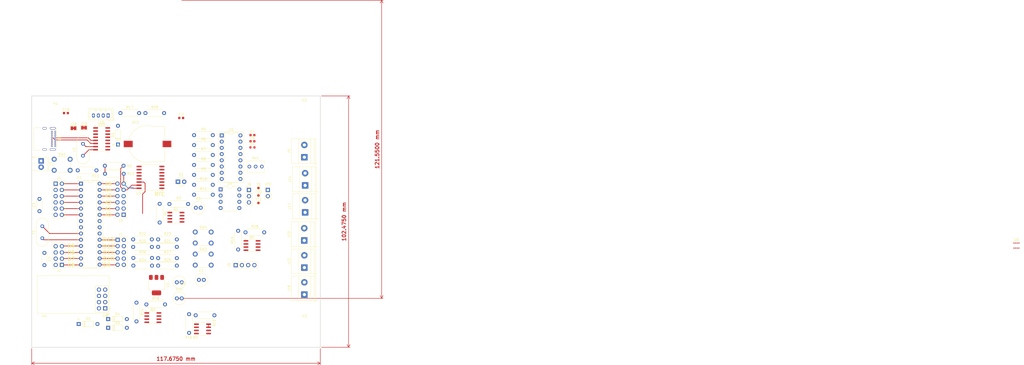
<source format=kicad_pcb>
(kicad_pcb (version 20241229) (generator "pcbnew") (generator_version "9.0")
  (title_block (title "PCB Weather station") (date "2024-11-10") (rev "1.0") (company "CREPP") (comment 1 "By NLG"))
  (layers (0 "F.Cu" signal) (2 "B.Cu" signal) (13 "F.Paste" user) (15 "B.Paste" user) (5 "F.SilkS" user "F.Silkscreen") (7 "B.SilkS" user "B.Silkscreen") (1 "F.Mask" user) (3 "B.Mask" user) (25 "Edge.Cuts" user))
  (net 0 "")
  (net 1 "/+3.3V")
  (net 2 "/RESET")
  (net 3 "/ENABLE_NRF24")
  (net 4 "/Anemometer/+5V")
  (net 5 "/Anemometer/Anemo_{signal}")
  (net 6 "/MCU/PC2-A2")
  (net 7 "/GNSS/RX_GNSS")
  (net 8 "/MCU/PB0")
  (net 9 "/MCU/PB2-D10~")
  (net 10 "/MCU/MOSI")
  (net 11 "/MCU/MISO")
  (net 12 "/MCU/CLK")
  (net 13 "/ENABLE_GNSS")
  (net 14 "/GNSS/TX_GNSS")
  (net 15 "/MCU/PD2-D2-(INT0)")
  (net 16 "/MCU/PC3-A3")
  (net 17 "/MCU/SDA")
  (net 18 "/MCU/SCL")
  (net 19 "/MCU/TX")
  (net 20 "/MCU/RX")
  (net 21 "/ENABLE_SENSORS")
  (net 22 "/ENABLE_ANEMOMETER")
  (net 23 "/GNSS/+5V")
  (net 24 "Net-(J1-Pin_1)")
  (net 25 "Net-(J1-Pin_5)")
  (net 26 "Net-(J1-Pin_7)")
  (net 27 "Net-(J1-Pin_9)")
  (net 28 "Net-(J1-Pin_3)")
  (net 29 "/MCU/PB1-D9~")
  (net 30 "Net-(J2-Pin_3)")
  (net 31 "Net-(J2-Pin_5)")
  (net 32 "Net-(J2-Pin_7)")
  (net 33 "GND")
  (net 34 "Net-(J3-Pin_4)")
  (net 35 "Net-(J3-Pin_2)")
  (net 36 "Net-(J3-Pin_6)")
  (net 37 "Net-(J3-Pin_10)")
  (net 38 "Net-(J3-Pin_12)")
  (net 39 "Net-(J3-Pin_8)")
  (net 40 "Net-(J4-Pin_8)")
  (net 41 "Net-(J4-Pin_4)")
  (net 42 "Net-(J4-Pin_6)")
  (net 43 "Net-(J4-Pin_10)")
  (net 44 "Net-(J4-Pin_2)")
  (net 45 "Net-(J4-Pin_12)")
  (net 47 "/+5V")
  (net 56 "/Anemometer/Wind_interrupt")
  (net 57 "Net-(U5B-RCext)")
  (net 58 "Net-(U5B-Cext)")
  (net 59 "Net-(U4A-+)")
  (net 60 "Net-(U10-~{DTR})")
  (net 61 "Net-(D1-K)")
  (net 62 "Net-(D1-A)")
  (net 63 "/Power_Handler_Temperature_Sun/V_{OUT}")
  (net 64 "/Programming/D+")
  (net 65 "/Programming/D-")
  (net 66 "/V_{Monitoring}")
  (net 68 "Net-(J15-A)")
  (net 69 "Net-(J16-A)")
  (net 70 "Net-(U4B-+)")
  (net 71 "Net-(U4A--)")
  (net 72 "Net-(U5B-Q)")
  (net 73 "Net-(U4B--)")
  (net 84 "Net-(U10-XO)")
  (net 90 "Net-(U10-XI)")
  (net 91 "Net-(U10-V3)")
  (net 92 "Net-(U1-XTAL2{slash}PB7)")
  (net 93 "Net-(U1-XTAL1{slash}PB6)")
  (net 94 "/NRF24/+3.3V")
  (net 95 "/NRF24/Bridge1/OUT")
  (net 96 "/NRF24/Bridge/OUT")
  (net 97 "/NRF24/Bridge2/OUT")
  (net 98 "/NRF24/Bridge3/OUT")
  (net 99 "Net-(BT2-+)")
  (net 101 "Net-(Q1B-G)")
  (net 102 "Net-(Q2B-G)")
  (net 103 "Net-(Q3B-G)")
  (net 104 "Net-(Q4B-G)")
  (net 105 "/Power/+5V_{IN}")
  (net 114 "Net-(J5-Pin_2)")
  (net 115 "Net-(J5-Pin_1)")
  (net 116 "/SCL")
  (net 117 "/SDA")
  (footprint "MountingHole:MountingHole_3.2mm_M3" (layer "F.Cu") (at 43 133)
    (property "Reference" "H4")
    (property "Value" "MountingHole_Pad")
  )
  (footprint "TerminalBlock_Phoenix:TerminalBlock_Phoenix_MKDS-1,5-2_1x02_P5.00mm_Horizontal" (layer "F.Cu") (at 149 109 90)
    (property "Reference" "J12")
    (property "Value" "KF301-5.0-2P")
  )
  (footprint "Resistor_THT:R_Axial_DIN0207_L6.3mm_D2.5mm_P7.62mm_Horizontal" (layer "F.Cu") (at 122 101.62 90)
    (property "Reference" "R16")
    (property "Value" "10k")
  )
  (footprint "Capacitor_SMD:C_0603_1608Metric" (layer "F.Cu") (at 98.775 48)
    (property "Reference" "C2")
    (property "Value" "100nF")
  )
  (footprint "Resistor_THT:R_Axial_DIN0207_L6.3mm_D2.5mm_P7.62mm_Horizontal" (layer "F.Cu") (at 79.2 100.575)
    (property "Reference" "R20")
    (property "Value" "10k")
  )
  (footprint "Resistor_THT:R_Axial_DIN0207_L6.3mm_D2.5mm_P7.62mm_Horizontal" (layer "F.Cu") (at 93.975 83.085)
    (property "Reference" "R2")
    (property "Value" "10k")
  )
  (footprint "Resistor_THT:R_Axial_DIN0207_L6.3mm_D2.5mm_P7.62mm_Horizontal" (layer "F.Cu") (at 102 128 -90)
    (property "Reference" "R15")
    (property "Value" "10k" (hide yes))
  )
  (footprint "Resistor_THT:R_Axial_DIN0207_L6.3mm_D2.5mm_P7.62mm_Horizontal" (layer "F.Cu") (at 79.265 108.2)
    (property "Reference" "R24")
    (property "Value" "10k")
  )
  (footprint "CREPP_Connectors_USB:USB_C_Receptacle_GCT_USB4085" (layer "F.Cu") (at 47.41 53.55 -90)
    (property "Reference" "J8")
    (property "Value" "USB_C_Receptacle")
  )
  (footprint "Resistor_THT:R_Axial_DIN0207_L6.3mm_D2.5mm_P7.62mm_Horizontal" (layer "F.Cu") (at 89.38 105.15)
    (property "Reference" "R27")
    (property "Value" "10k")
  )
  (footprint "Resistor_THT:R_Axial_DIN0207_L6.3mm_D2.5mm_P7.62mm_Horizontal" (layer "F.Cu") (at 104.04 55)
    (property "Reference" "R5")
    (property "Value" "100k")
  )
  (footprint "Diode_THT:D_DO-35_SOD27_P7.62mm_Horizontal" (layer "F.Cu") (at 73 58.81 90)
    (property "Reference" "D3")
    (property "Value" "1N4148")
  )
  (footprint "CREPP_Spacers:Spacer_M3_MF_05mm" (layer "F.Cu") (at 28 61.409462)
    (property "Reference" "S1" (hide yes))
    (property "Value" "~" (hide yes))
  )
  (footprint "Resistor_THT:R_Axial_DIN0207_L6.3mm_D2.5mm_P7.62mm_Horizontal" (layer "F.Cu") (at 104.04 75.25)
    (property "Reference" "R10")
    (property "Value" "10k")
  )
  (footprint "Resistor_THT:R_Axial_DIN0207_L6.3mm_D2.5mm_P7.62mm_Horizontal" (layer "F.Cu") (at 104.04 63.1)
    (property "Reference" "R7")
    (property "Value" "10k")
  )
  (footprint "Package_SO:SOIC-8_3.9x4.9mm_P1.27mm" (layer "F.Cu") (at 127.65 100)
    (property "Reference" "Q4")
    (property "Value" "FDS4559")
  )
  (footprint "Crystal:Crystal_HC49-4H_Vertical" (layer "F.Cu") (at 42.15 97.025 90)
    (property "Reference" "Y1")
    (property "Value" "16 MHz HC49-4H")
  )
  (footprint "Capacitor_SMD:C_0603_1608Metric" (layer "F.Cu") (at 127.825 54.98)
    (property "Reference" "C4")
    (property "Value" "100nF")
  )
  (footprint "Resistor_THT:R_Axial_DIN0207_L6.3mm_D2.5mm_P7.62mm_Horizontal" (layer "F.Cu") (at 89.38 108.2)
    (property "Reference" "R25")
    (property "Value" "10k")
  )
  (footprint "Package_SO:SOIC-8_3.9x4.9mm_P1.27mm" (layer "F.Cu") (at 107.465 133.98)
    (property "Reference" "Q3")
    (property "Value" "FDS4559" (hide yes))
  )
  (footprint "CREPP_Spacers:Spacer_M3_MF_05mm" (layer "F.Cu") (at 28 83)
    (property "Reference" "S7" (hide yes))
    (property "Value" "~" (hide yes))
  )
  (footprint "Package_SO:SOIC-16W_7.5x10.3mm_P1.27mm" (layer "F.Cu") (at 86.25 72.23 180)
    (property "Reference" "U3")
    (property "Value" "DS3231M" (hide yes))
  )
  (footprint "Resistor_THT:R_Axial_DIN0207_L6.3mm_D2.5mm_P7.62mm_Horizontal" (layer "F.Cu") (at 80.55 123.3 -90)
    (property "Reference" "R14")
    (property "Value" "10k")
  )
  (footprint "Resistor_THT:R_Axial_DIN0207_L6.3mm_D2.5mm_P7.62mm_Horizontal" (layer "F.Cu") (at 75.27 67.475 180)
    (property "Reference" "R3")
    (property "Value" "10k" (hide yes))
  )
  (footprint "Package_LGA:Bosch_LGA-8_2.5x2.5mm_P0.65mm_ClockwisePinNumbering" (layer "F.Cu") (at 439.325 100.025)
    (property "Reference" "U6")
    (property "Value" "BME280")
  )
  (footprint "Resistor_SMD:R_0603_1608Metric" (layer "F.Cu") (at 127.825 60)
    (property "Reference" "R4")
    (property "Value" "R_10K_SMD_0603")
  )
  (footprint "Connector_PinHeader_2.54mm:PinHeader_2x04_P2.54mm_Vertical" (layer "F.Cu") (at 50.15 107.915 180)
    (property "Reference" "J2")
    (property "Value" "Conn_02x04_Odd_Even" (hide yes))
  )
  (footprint "Resistor_THT:R_Axial_DIN0207_L6.3mm_D2.5mm_P7.62mm_Horizontal" (layer "F.Cu") (at 79.265 105.075)
    (property "Reference" "R26")
    (property "Value" "10k")
  )
  (footprint "RF_Module:nRF24L01_Breakout" (layer "F.Cu") (at 67.7895 125.62 180)
    (property "Reference" "U8")
    (property "Value" "NRF24L01_Breakout")
  )
  (footprint "Resistor_THT:R_Axial_DIN0207_L6.3mm_D2.5mm_P7.62mm_Horizontal" (layer "F.Cu") (at 79.19 97.5)
    (property "Reference" "R22")
    (property "Value" "10k")
  )
  (footprint "TerminalBlock_Phoenix:TerminalBlock_Phoenix_MKDS-1,5-2_1x02_P5.00mm_Horizontal" (layer "F.Cu") (at 149 64 90)
    (property "Reference" "J5")
    (property "Value" "KF301-5.0-2P")
  )
  (footprint "CREPP_Spacers:Spacer_M3_MF_05mm" (layer "F.Cu") (at 28 75.803154)
    (property "Reference" "S6" (hide yes))
    (property "Value" "~" (hide yes))
  )
  (footprint "Package_DIP:DIP-8_W7.62mm" (layer "F.Cu") (at 114.86 77.1)
    (property "Reference" "U4")
    (property "Value" "LM358")
  )
  (footprint "Package_TO_SOT_SMD:SOT-223-3_TabPin2" (layer "F.Cu") (at 88.7 116.15 -90)
    (property "Reference" "U2")
    (property "Value" "AMS1117-3.3")
  )
  (footprint "Resistor_THT:R_Axial_DIN0207_L6.3mm_D2.5mm_P7.62mm_Horizontal" (layer "F.Cu") (at 104.04 79.3)
    (property "Reference" "R11")
    (property "Value" "100k")
  )
  (footprint "Resistor_THT:R_Axial_DIN0207_L6.3mm_D2.5mm_P7.62mm_Horizontal" (layer "F.Cu") (at 90 83 -90)
    (property "Reference" "R1")
    (property "Value" "10k")
  )
  (footprint "Button_Switch_THT:SW_PUSH_6mm_H8mm" (layer "F.Cu") (at 47 64.825)
    (property "Reference" "SW1")
    (property "Value" "SW_B" (hide yes))
  )
  (footprint "Capacitor_THT:C_Disc_D4.3mm_W1.9mm_P5.00mm" (layer "F.Cu") (at 43 103 -90)
    (property "Reference" "C7")
    (property "Value" "22pF - disc")
  )
  (footprint "Connector_PinSocket_2.54mm:PinSocket_1x04_P2.54mm_Vertical" (layer "F.Cu") (at 121 108 90)
    (property "Reference" "J9")
    (property "Value" "Conn_01x04_Socket")
  )
  (footprint "TestPoint:TestPoint_Pad_D1.0mm" (layer "F.Cu") (at 130.26 82.65)
    (property "Reference" "T11")
    (property "Value" "TP")
  )
  (footprint "Resistor_THT:R_Axial_DIN0207_L6.3mm_D2.5mm_P7.62mm_Horizontal" (layer "F.Cu") (at 89.375 97.5)
    (property "Reference" "R23")
    (property "Value" "10k")
  )
  (footprint "CREPP_Spacers:Spacer_M3_MF_05mm" (layer "F.Cu") (at 28 68.606308)
    (property "Reference" "S5" (hide yes))
    (property "Value" "~" (hide yes))
  )
  (footprint "Connector_JST:JST_PH_B4B-PH-K_1x04_P2.00mm_Vertical" (layer "F.Cu") (at 69 47 180)
    (property "Reference" "J13")
    (property "Value" "JST_PH_4P")
  )
  (footprint "Resistor_THT:R_Axial_DIN0207_L6.3mm_D2.5mm_P7.62mm_Horizontal" (layer "F.Cu") (at 104.04 71.2)
    (property "Reference" "R9")
    (property "Value" "270")
  )
  (footprint "Resistor_THT:R_Axial_DIN0207_L6.3mm_D2.5mm_P7.62mm_Horizontal" (layer "F.Cu") (at 84.575 124.015)
    (property "Reference" "R18")
    (property "Value" "10k")
  )
  (footprint "Resistor_THT:R_Axial_DIN0207_L6.3mm_D2.5mm_P7.62mm_Horizontal" (layer "F.Cu") (at 84.19 46)
    (property "Reference" "R29")
    (property "Value" "10k")
  )
  (footprint "LED_THT:LED_D3.0mm" (layer "F.Cu") (at 97.46 74)
    (property "Reference" "D1")
    (property "Value" "LED")
  )
  (footprint "Package_SO:SOIC-16_3.9x9.9mm_P1.27mm" (layer "F.Cu") (at 66.35 56.5)
    (property "Reference" "U10")
    (property "Value" "CH340G")
  )
  (footprint "Potentiometer_THT:Potentiometer_Bourns_3266Y_Vertical" (layer "F.Cu") (at 131.66 67.81)
    (property "Reference" "RV1")
    (property "Value" "R_Potentiometer")
  )
  (footprint "Capacitor_THT:C_Disc_D4.3mm_W1.9mm_P5.00mm" (layer "F.Cu") (at 41 86 90)
    (property "Reference" "C3")
    (property "Value" "22pF - disc")
  )
  (footprint "Capacitor_THT:C_Radial_D5.0mm_H11.0mm_P2.00mm" (layer "F.Cu") (at 97 115)
    (property "Reference" "C8")
    (property "Value" "10uF-35V")
  )
  (footprint "Resistor_THT:R_Axial_DIN0207_L6.3mm_D2.5mm_P7.62mm_Horizontal" (layer "F.Cu") (at 104.04 59.05)
    (property "Reference" "R6")
    (property "Value" "10k")
  )
  (footprint "Jumper:SolderJumper-2_P1.3mm_Bridged_Pad1.0x1.5mm" (layer "F.Cu") (at 54.875 52.175)
    (property "Reference" "J16")
    (property "Value" "SolderJumper_2_Bridged")
  )
  (footprint "Resistor_THT:R_Axial_DIN0207_L6.3mm_D2.5mm_P7.62mm_Horizontal" (layer "F.Cu") (at 89.375 100.55)
    (property "Reference" "R21")
    (property "Value" "10k")
  )
  (footprint "Capacitor_SMD:C_0603_1608Metric" (layer "F.Cu") (at 127.825 57.49)
    (property "Reference" "C6")
    (property "Value" "100nF")
  )
  (footprint "TerminalBlock_Phoenix:TerminalBlock_Phoenix_MKDS-1,5-2_1x02_P5.00mm_Horizontal" (layer "F.Cu") (at 149.305 86.5 90)
    (property "Reference" "J17")
    (property "Value" "KF301-5.0-2P")
  )
  (footprint "Diode_THT:D_DO-35_SOD27_P7.62mm_Horizontal" (layer "F.Cu") (at 69 130)
    (property "Reference" "D4")
    (property "Value" "1N4148")
  )
  (footprint "Resistor_THT:R_Axial_DIN0207_L6.3mm_D2.5mm_P7.62mm_Horizontal" (layer "F.Cu") (at 104.69 128.45)
    (property "Reference" "R19")
    (property "Value" "10k")
  )
  (footprint "Resistor_THT:R_Axial_DIN0207_L6.3mm_D2.5mm_P7.62mm_Horizontal" (layer "F.Cu") (at 74 46)
    (property "Reference" "R17")
    (property "Value" "10k")
  )
  (footprint "TestPoint:TestPoint_Pad_D1.0mm" (layer "F.Cu") (at 130.26 79.6)
    (property "Reference" "T10")
    (property "Value" "TP")
  )
  (footprint "Connector_PinHeader_2.54mm:PinHeader_1x03_P2.54mm_Vertical" (layer "F.Cu") (at 126.41 77.35)
    (property "Reference" "J6")
    (property "Value" "Conn_01x03_Pin")
  )
  (footprint "Resistor_THT:R_Axial_DIN0207_L6.3mm_D2.5mm_P7.62mm_Horizontal" (layer "F.Cu") (at 125 94.62)
    (property "Reference" "R28")
    (property "Value" "10k")
  )
  (footprint "Jumper:SolderJumper-2_P1.3mm_Bridged_Pad1.0x1.5mm" (layer "F.Cu") (at 59.15 51.975)
    (property "Reference" "J15")
    (property "Value" "SolderJumper_2_Bridged")
  )
  (footprint "Capacitor_THT:C_Radial_D5.0mm_H11.0mm_P2.00mm" (layer "F.Cu") (at 106 114)
    (property "Reference" "C1")
    (property "Value" "10uF")
  )
  (footprint "Button_Switch_THT:SW_PUSH_6mm_H8mm" (layer "F.Cu") (at 104.5 94.5)
    (property "Reference" "SW4")
    (property "Value" "SW_B")
  )
  (footprint "Resistor_THT:R_Axial_DIN0207_L6.3mm_D2.5mm_P7.62mm_Horizontal" (layer "F.Cu") (at 64.22 69.35 180)
    (property "Reference" "R13")
    (property "Value" "10k" (hide yes))
  )
  (footprint "Diode_THT:D_DO-35_SOD27_P7.62mm_Horizontal" (layer "F.Cu") (at 57 132)
    (property "Reference" "D2")
    (property "Value" "1N4148")
  )
  (footprint "Package_SO:SOIC-8_3.9x4.9mm_P1.27mm" (layer "F.Cu") (at 87.225 129.395)
    (property "Reference" "Q2")
    (property "Value" "FDS4559")
  )
  (footprint "MountingHole:MountingHole_3.2mm_M3" (layer "F.Cu") (at 149 133)
    (property "Reference" "H3")
    (property "Value" "MountingHole_Pad")
  )
  (footprint "Connector_PinHeader_2.54mm:PinHeader_1x02_P2.54mm_Vertical" (layer "F.Cu") (at 134.11 77.35)
    (property "Reference" "JP2")
    (property "Value" "Jumper")
  )
  (footprint "Resistor_THT:R_Axial_DIN0207_L6.3mm_D2.5mm_P7.62mm_Horizontal" (layer "F.Cu") (at 75.335 70.75 180)
    (property "Reference" "R12")
    (property "Value" "10k" (hide yes))
  )
  (footprint "Resistor_THT:R_Axial_DIN0207_L6.3mm_D2.5mm_P7.62mm_Horizontal" (layer "F.Cu") (at 104.04 67.15)
    (property "Reference" "R8")
    (property "Value" "10k")
  )
  (footprint "CREPP_Jumpers:Jumper_2.54mm_blue" (layer "F.Cu") (at 110.835 83.145)
    (property "Reference" "JP3" (hide yes))
    (property "Value" "Jumper_2.54mm_blue" (hide yes))
  )
  (footprint "CREPP_Batteries_holders:MPD_BC501SM-TR" (layer "F.Cu") (at 84.745 58.6)
    (property "Reference" "BT2")
    (property "Value" "Battery_Cell")
  )
  (footprint "Connector_PinHeader_2.54mm:PinHeader_2x06_P2.54mm_Vertical" (layer "F.Cu") (at 47.585 74.8)
    (property "Reference" "J4")
    (property "Value" "Conn_02x06_Odd_Even" (hide yes))
  )
  (footprint "Capacitor_SMD:C_0603_1608Metric" (layer "F.Cu") (at 51.775 46)
    (property "Reference" "C19")
    (property "Value" "100nF")
  )
  (footprint "Button_Switch_THT:SW_PUSH_6mm_H8mm" (layer "F.Cu") (at 104.5 103.5)
    (property "Reference" "SW2")
    (property "Value" "SW_B")
  )
  (footprint "Crystal:Crystal_HC49-4H_Vertical" (layer "F.Cu") (at 58.725 63.4 90)
    (property "Reference" "Y2")
    (property "Value" "Crystal HC49-4H 12 MHz")
  )
  (footprint "MountingHole:MountingHole_3.2mm_M3" (layer "F.Cu") (at 149 45)
    (property "Reference" "H2")
    (property "Value" "MountingHole_Pad")
  )
  (footprint "TerminalBlock_Phoenix:TerminalBlock_Phoenix_MKDS-1,5-2_1x02_P5.00mm_Horizontal" (layer "F.Cu") (at 148.95 97.94 90)
    (property "Reference" "J10")
    (property "Value" "KF301-5.0-2P")
  )
  (footprint "Package_DIP:DIP-28_W7.62mm_Socket" (layer "F.Cu") (at 57.905 74.79)
    (property "Reference" "U1")
    (property "Value" "ATmega328P-P")
  )
  (footprint "Package_SO:SOIC-8_3.9x4.9mm_P1.27mm" (layer "F.Cu") (at 96.625 88.465)
    (property "Reference" "Q1")
    (property "Value" "FDS4559")
  )
  (footprint "TerminalBlock_Phoenix:TerminalBlock_Phoenix_MKDS-1,5-2_1x02_P5.00mm_Horizontal" (layer "F.Cu") (at 149.305 75.5 90)
    (property "Reference" "J14")
    (property "Value" "KF301-5.0-2P")
  )
  (footprint "Diode_THT:D_DO-35_SOD27_P7.62mm_Horizontal" (layer "F.Cu") (at 69 133.55)
    (property "Reference" "D5")
    (property "Value" "1N4148")
  )
  (footprint "TestPoint:TestPoint_Pad_D1.0mm" (layer "F.Cu") (at 130.26 76.55)
    (property "Reference" "T9")
    (property "Value" "TP")
  )
  (footprint "Capacitor_THT:C_Radial_D5.0mm_H11.0mm_P2.00mm" (layer "F.Cu") (at 104.74 84.6)
    (property "Reference" "C5")
    (property "Value" "10uF")
  )
  (footprint "TerminalBlock_Phoenix:TerminalBlock_Phoenix_MKDS-1,5-2_1x02_P5.00mm_Horizontal" (layer "F.Cu") (at 149 120 90)
    (property "Reference" "J18")
    (property "Value" "KF301-5.0-2P")
  )
  (footprint "MountingHole:MountingHole_3.2mm_M3" (layer "F.Cu") (at 43 45)
    (property "Reference" "H1")
    (property "Value" "MountingHole_Pad")
  )
  (footprint "TerminalBlock_Phoenix:TerminalBlock_Phoenix_MPT-0,5-2-2.54_1x02_P2.54mm_Horizontal" (layer "F.Cu") (at 41.675 65.51 -90)
    (property "Reference" "J7")
    (property "Value" "USR_BTN")
  )
  (footprint "Connector_PinHeader_2.54mm:PinHeader_2x05_P2.54mm_Vertical" (layer "F.Cu") (at 72.85 97.71)
    (property "Reference" "J1")
    (property "Value" "Conn_02x05_Odd_Even")
  )
  (footprint "Capacitor_THT:C_Radial_D5.0mm_H11.0mm_P2.00mm" (layer "F.Cu") (at 97 121.55)
    (property "Reference" "C11")
    (property "Value" "10uF-35V")
  )
  (footprint "Package_DIP:DIP-16_W7.62mm_Socket" (layer "F.Cu") (at 115.31 55.1)
    (property "Reference" "U5")
    (property "Value" "74HC123")
  )
  (footprint "Connector_PinHeader_2.54mm:PinHeader_2x06_P2.54mm_Vertical" (layer "F.Cu") (at 75.315 87.475 180)
    (property "Reference" "J3")
    (property "Value" "Conn_02x06_Odd_Even" (hide yes))
  )
  (gr_rect (start 37.825 39.025) (end 155.5 141.5) (stroke (width 0.2)) (fill no) (layer "Edge.Cuts"))
  (gr_text "RTC" (at 87.775 79.95 0) (layer "F.SilkS") (effects (font (size 1.5 1.5) (thickness 0.3) (bold yes)) (justify left bottom)))
  (gr_text "D10" (at 66.825 106.25 0) (layer "F.SilkS") (effects (font (size 1.5 1.5) (thickness 0.3) (bold yes)) (justify left bottom)))
  (gr_text "D11" (at 66.825 103.675 0) (layer "F.SilkS") (effects (font (size 1.5 1.5) (thickness 0.3) (bold yes)) (justify left bottom)))
  (gr_text "D7" (at 52.325 106.35 0) (layer "F.SilkS") (effects (font (size 1.5 1.5) (thickness 0.3) (bold yes)) (justify left bottom)))
  (gr_text "A1" (at 67.425 85.875 0) (layer "F.SilkS") (effects (font (size 1.5 1.5) (thickness 0.3) (bold yes)) (justify left bottom)))
  (gr_text "D5" (at 52.25 101.1 0) (layer "F.SilkS") (effects (font (size 1.5 1.5) (thickness 0.3) (bold yes)) (justify left bottom)))
  (gr_text "A3" (at 67.425 80.725 0) (layer "F.SilkS") (effects (font (size 1.5 1.5) (thickness 0.3) (bold yes)) (justify left bottom)))
  (gr_text "D12" (at 66.8 101.225 0) (layer "F.SilkS") (effects (font (size 1.5 1.5) (thickness 0.3) (bold yes)) (justify left bottom)))
  (gr_text "D13" (at 66.725 98.475 0) (layer "F.SilkS") (effects (font (size 1.5 1.5) (thickness 0.3) (bold yes)) (justify left bottom)))
  (gr_text "D6" (at 52.275 103.75 0) (layer "F.SilkS") (effects (font (size 1.5 1.5) (thickness 0.3) (bold yes)) (justify left bottom)))
  (gr_text "D9" (at 66.825 108.875 0) (layer "F.SilkS") (effects (font (size 1.5 1.5) (thickness 0.3) (bold yes)) (justify left bottom)))
  (gr_text "A0" (at 67.45 88.4 0) (layer "F.SilkS") (effects (font (size 1.5 1.5) (thickness 0.3) (bold yes)) (justify left bottom)))
  (gr_text "A2" (at 67.45 83.375 0) (layer "F.SilkS") (effects (font (size 1.5 1.5) (thickness 0.3) (bold yes)) (justify left bottom)))
  (gr_text "A5" (at 67.575 75.725 0) (layer "F.SilkS") (effects (font (size 1.5 1.5) (thickness 0.3) (bold yes)) (justify left bottom)))
  (gr_text "A4" (at 67.5 78.275 0) (layer "F.SilkS") (effects (font (size 1.5 1.5) (thickness 0.3) (bold yes)) (justify left bottom)))
  (gr_text "D8" (at 52.35 108.925 0) (layer "F.SilkS") (effects (font (size 1.5 1.5) (thickness 0.3) (bold yes)) (justify left bottom)))
  (dimension (type aligned) (layer "F.Cu") (pts (xy 155.5 39.025) (xy 155.5 141.5)) (height -11.5) (format (prefix "") (suffix "") (units 3) (units_format 1) (precision 4)) (style (thickness 0.2) (arrow_length 1.27) (text_position_mode 0) (arrow_direction outward) (extension_height 0.58642) (extension_offset 0.5) (keep_text_aligned yes)) (gr_text "102,4750 mm" (at 165.2 90.2625 90) (layer "F.Cu") (effects (font (size 1.5 1.5) (thickness 0.3)))))
  (dimension (type aligned) (layer "F.Cu") (pts (xy 37.825 141.5) (xy 155.5 141.5)) (height 6.499999) (format (prefix "") (suffix "") (units 3) (units_format 1) (precision 4)) (style (thickness 0.2) (arrow_length 1.27) (text_position_mode 0) (arrow_direction outward) (extension_height 0.58642) (extension_offset 0.5) (keep_text_aligned yes)) (gr_text "117,6750 mm" (at 96.6625 146.199999 0) (layer "F.Cu") (effects (font (size 1.5 1.5) (thickness 0.3)))))
  (dimension (type orthogonal) (layer "F.Cu") (pts (xy 97 121.55) (xy 98.5 0)) (height 83.5) (orientation 1) (format (prefix "") (suffix "") (units 3) (units_format 1) (precision 4)) (style (thickness 0.2) (arrow_length 1.27) (text_position_mode 0) (arrow_direction outward) (extension_height 0.58642) (extension_offset 0.5) (keep_text_aligned yes)) (gr_text "121,5500 mm" (at 178.7 60.775 90) (layer "F.Cu") (effects (font (size 1.5 1.5) (thickness 0.3)))))
  (segment (start 50.15 107.915) (end 57.8 107.915) (width 0.3) (layer "F.Cu") (net 8))
  (segment (start 57.8 107.915) (end 57.905 107.81) (width 0.3) (layer "F.Cu") (net 8))
  (segment (start 75.315 77.315) (end 76.735 77.315) (width 0.3) (layer "F.Cu") (net 17))
  (segment (start 74.075 76.075) (end 74.075 68.67) (width 0.3) (layer "F.Cu") (net 17))
  (segment (start 76.735 77.315) (end 78.645 75.405) (width 0.3) (layer "F.Cu") (net 17))
  (segment (start 74.075 68.67) (end 75.27 67.475) (width 0.3) (layer "F.Cu") (net 17))
  (segment (start 75.315 77.315) (end 74.075 76.075) (width 0.3) (layer "F.Cu") (net 17))
  (segment (start 78.645 75.405) (end 81.6 75.405) (width 0.3) (layer "F.Cu") (net 17))
  (segment (start 81.6 76.675) (end 78.975 76.675) (width 0.3) (layer "F.Cu") (net 18))
  (segment (start 75.335 74.755) (end 75.315 74.775) (width 0.3) (layer "F.Cu") (net 18))
  (segment (start 75.335 70.75) (end 75.335 74.755) (width 0.3) (layer "F.Cu") (net 18))
  (segment (start 78.975 76.675) (end 78.825 76.525) (width 0.3) (layer "F.Cu") (net 18))
  (via (at 78.825 76.525) (size 0.8) (drill 0.4) (layers "F.Cu" "B.Cu") (net 18))
  (segment (start 77.065 76.525) (end 75.315 74.775) (width 0.3) (layer "B.Cu") (net 18))
  (segment (start 78.825 76.525) (end 77.065 76.525) (width 0.3) (layer "B.Cu") (net 18))
  (segment (start 65.585 97.71) (end 65.525 97.65) (width 0.3) (layer "F.Cu") (net 24))
  (segment (start 72.85 97.71) (end 65.585 97.71) (width 0.3) (layer "F.Cu") (net 24))
  (segment (start 65.585 102.79) (end 65.525 102.73) (width 0.3) (layer "F.Cu") (net 25))
  (segment (start 72.85 102.79) (end 65.585 102.79) (width 0.3) (layer "F.Cu") (net 25))
  (segment (start 65.525 105.27) (end 72.79 105.27) (width 0.3) (layer "F.Cu") (net 26))
  (segment (start 72.79 105.27) (end 72.85 105.33) (width 0.3) (layer "F.Cu") (net 26))
  (segment (start 65.585 107.87) (end 65.525 107.81) (width 0.3) (layer "F.Cu") (net 27))
  (segment (start 72.85 107.87) (end 65.585 107.87) (width 0.3) (layer "F.Cu") (net 27))
  (segment (start 65.525 100.19) (end 72.79 100.19) (width 0.3) (layer "F.Cu") (net 28))
  (segment (start 72.79 100.19) (end 72.85 100.25) (width 0.3) (layer "F.Cu") (net 28))
  (segment (start 57.905 105.27) (end 50.255 105.27) (width 0.3) (layer "F.Cu") (net 30))
  (segment (start 50.255 105.27) (end 50.15 105.375) (width 0.3) (layer "F.Cu") (net 30))
  (segment (start 57.8 102.835) (end 57.905 102.73) (width 0.3) (layer "F.Cu") (net 31))
  (segment (start 50.15 102.835) (end 57.8 102.835) (width 0.3) (layer "F.Cu") (net 31))
  (segment (start 57.905 100.19) (end 50.255 100.19) (width 0.3) (layer "F.Cu") (net 32))
  (segment (start 50.255 100.19) (end 50.15 100.295) (width 0.3) (layer "F.Cu") (net 32))
  (segment (start 72.76 84.95) (end 72.775 84.935) (width 0.3) (layer "F.Cu") (net 34))
  (segment (start 65.525 84.95) (end 72.76 84.95) (width 0.3) (layer "F.Cu") (net 34))
  (segment (start 65.54 87.475) (end 65.525 87.49) (width 0.3) (layer "F.Cu") (net 35))
  (segment (start 72.775 87.475) (end 65.54 87.475) (width 0.3) (layer "F.Cu") (net 35))
  (segment (start 65.54 82.395) (end 65.525 82.41) (width 0.3) (layer "F.Cu") (net 36))
  (segment (start 72.775 82.395) (end 65.54 82.395) (width 0.3) (layer "F.Cu") (net 36))
  (segment (start 65.54 77.315) (end 65.525 77.33) (width 0.3) (layer "F.Cu") (net 37))
  (segment (start 72.775 77.315) (end 65.54 77.315) (width 0.3) (layer "F.Cu") (net 37))
  (segment (start 72.76 74.79) (end 72.775 74.775) (width 0.3) (layer "F.Cu") (net 38))
  (segment (start 65.525 74.79) (end 72.76 74.79) (width 0.3) (layer "F.Cu") (net 38))
  (segment (start 72.76 79.87) (end 72.775 79.855) (width 0.3) (layer "F.Cu") (net 39))
  (segment (start 65.525 79.87) (end 72.76 79.87) (width 0.3) (layer "F.Cu") (net 39))
  (segment (start 50.135 82.41) (end 50.125 82.42) (width 0.3) (layer "F.Cu") (net 40))
  (segment (start 57.905 82.41) (end 50.135 82.41) (width 0.3) (layer "F.Cu") (net 40))
  (segment (start 57.905 77.33) (end 50.135 77.33) (width 0.3) (layer "F.Cu") (net 41))
  (segment (start 50.135 77.33) (end 50.125 77.34) (width 0.3) (layer "F.Cu") (net 41))
  (segment (start 50.125 79.88) (end 57.895 79.88) (width 0.3) (layer "F.Cu") (net 42))
  (segment (start 57.895 79.88) (end 57.905 79.87) (width 0.3) (layer "F.Cu") (net 42))
  (segment (start 50.125 84.96) (end 57.895 84.96) (width 0.3) (layer "F.Cu") (net 43))
  (segment (start 57.895 84.96) (end 57.905 84.95) (width 0.3) (layer "F.Cu") (net 43))
  (segment (start 50.125 74.8) (end 57.895 74.8) (width 0.3) (layer "F.Cu") (net 44))
  (segment (start 57.895 74.8) (end 57.905 74.79) (width 0.3) (layer "F.Cu") (net 44))
  (segment (start 50.135 87.49) (end 50.125 87.5) (width 0.3) (layer "F.Cu") (net 45))
  (segment (start 57.905 87.49) (end 50.135 87.49) (width 0.3) (layer "F.Cu") (net 45))
  (segment (start 67.715 67.54) (end 67.65 67.475) (width 0.3) (layer "F.Cu") (net 47))
  (segment (start 67.715 70.75) (end 67.715 67.54) (width 0.3) (layer "F.Cu") (net 47))
  (segment (start 61.985 57.135) (end 60.95 56.1) (width 0.3) (layer "F.Cu") (net 64))
  (segment (start 60.95 56.1) (end 47.41 56.1) (width 0.3) (layer "F.Cu") (net 64))
  (segment (start 63.875 57.135) (end 61.985 57.135) (width 0.3) (layer "F.Cu") (net 64))
  (segment (start 63.875 58.405) (end 61.889448 58.405) (width 0.3) (layer "F.Cu") (net 65))
  (segment (start 60.434448 56.95) (end 47.41 56.95) (width 0.3) (layer "F.Cu") (net 65))
  (segment (start 47.340761 56.95) (end 47.41 56.95) (width 0.3) (layer "F.Cu") (net 65))
  (segment (start 46.06 56.1) (end 46.490761 56.1) (width 0.3) (layer "F.Cu") (net 65))
  (segment (start 61.889448 58.405) (end 60.434448 56.95) (width 0.3) (layer "F.Cu") (net 65))
  (segment (start 46.490761 56.1) (end 47.340761 56.95) (width 0.3) (layer "F.Cu") (net 65))
  (segment (start 63.875 60.945) (end 61.18 60.945) (width 0.3) (layer "F.Cu") (net 84))
  (segment (start 61.18 60.945) (end 58.725 63.4) (width 0.3) (layer "F.Cu") (net 84))
  (segment (start 59.88 59.675) (end 63.875 59.675) (width 0.3) (layer "F.Cu") (net 90))
  (segment (start 58.725 58.52) (end 59.88 59.675) (width 0.3) (layer "F.Cu") (net 90))
  (segment (start 57.905 97.65) (end 42.775 97.65) (width 0.3) (layer "F.Cu") (net 92))
  (segment (start 42.775 97.65) (end 42.15 97.025) (width 0.3) (layer "F.Cu") (net 92))
  (segment (start 57.905 95.11) (end 45.115 95.11) (width 0.3) (layer "F.Cu") (net 93))
  (segment (start 45.115 95.11) (end 42.15 92.145) (width 0.3) (layer "F.Cu") (net 93))
  (segment (start 83.045 86.975) (end 83.045 79.055) (width 0.3) (layer "F.Cu") (net 99))
  (segment (start 84.075 74.675) (end 83.535 74.135) (width 0.3) (layer "F.Cu") (net 99))
  (segment (start 84.075 78.025) (end 84.075 74.675) (width 0.3) (layer "F.Cu") (net 99))
  (segment (start 83.535 74.135) (end 81.6 74.135) (width 0.3) (layer "F.Cu") (net 99))
  (segment (start 83.045 79.055) (end 84.075 78.025) (width 0.3) (layer "F.Cu") (net 99))
  (segment (start 109.94 132.075) (end 109.94 133.345) (width 0.25) (layer "F.Cu") (net 103))
)
</source>
